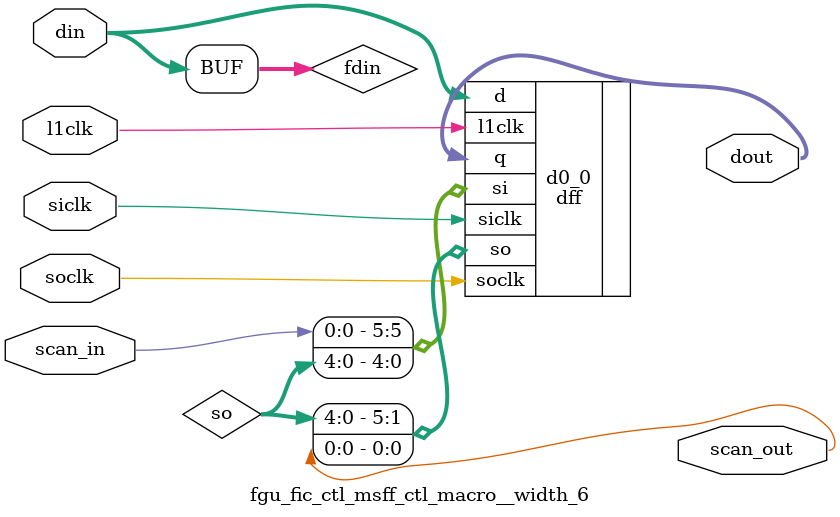
<source format=v>
module fgu_fic_ctl (
  fpf_rs2_cmp_din_fx1, 
  fpf_ma_sum_fx4, 
  fpf_man_se_byte_fx3_b38_32, 
  fpf_man_se_byte_fx3_b6_0, 
  fic_norm_eadj_fx5, 
  fic_i2f_align_sel_fx2, 
  fpe_align_sel_fx2, 
  fic_i2f_eadj_fx2, 
  fpc_lzd_override_fx4, 
  fpc_sp_source_fx3, 
  fic_mulscc_iccz_fx4, 
  fic_mulscc_xccz_fx4, 
  fic_convert_sticky_fx4, 
  fic_fxtod_sticky_fx4, 
  fic_ftoi_nx_fx4, 
  fic_ftox_nx_fx4, 
  fic_bzf31msb_fx2, 
  fic_bzf32lsb_fx2, 
  fic_bof22msb_fx2, 
  main_clken, 
  l2clk, 
  scan_in, 
  tcu_pce_ov, 
  spc_aclk, 
  spc_bclk, 
  tcu_scan_en, 
  scan_out);
wire pce_ov;
wire stop;
wire siclk;
wire soclk;
wire se;
wire l1clk_pm1;
wire spares_scanin;
wire spares_scanout;
wire bzf31msb_fx1;
wire bzf32lsb_fx1;
wire bof22msb_fx1;
wire [7:2] dpint_nx_byte_fx1;
wire [7:6] spint_nx_byte_fx1;
wire [63:1] dini;
wire [6:0] ibyte_sel;
wire ib0_nor_76;
wire ib0_nor_54;
wire ib0_zeroh_l;
wire [1:0] ib0_cnth;
wire [1:0] ib0_cntl;
wire [2:0] eadj_ibyte0;
wire ib1_nor_76;
wire ib1_nor_54;
wire ib1_zeroh_l;
wire [1:0] ib1_cnth;
wire [1:0] ib1_cntl;
wire [2:0] eadj_ibyte1;
wire ib2_nor_76;
wire ib2_nor_54;
wire ib2_zeroh_l;
wire [1:0] ib2_cnth;
wire [1:0] ib2_cntl;
wire [2:0] eadj_ibyte2;
wire ib3_nor_76;
wire ib3_nor_54;
wire ib3_zeroh_l;
wire [1:0] ib3_cnth;
wire [1:0] ib3_cntl;
wire [2:0] eadj_ibyte3;
wire ib4_nor_76;
wire ib4_nor_54;
wire ib4_zeroh_l;
wire [1:0] ib4_cnth;
wire [1:0] ib4_cntl;
wire [2:0] eadj_ibyte4;
wire ib5_nor_76;
wire ib5_nor_54;
wire ib5_zeroh_l;
wire [1:0] ib5_cnth;
wire [1:0] ib5_cntl;
wire [2:0] eadj_ibyte5;
wire ib6_nor_76;
wire ib6_nor_54;
wire ib6_zeroh_l;
wire [1:0] ib6_cnth;
wire [1:0] ib6_cntl;
wire [2:0] eadj_ibyte6;
wire ib7_nor_76;
wire ib7_nor_54;
wire ib7_zeroh_l;
wire [1:0] ib7_cnth;
wire [1:0] ib7_cntl;
wire [2:0] eadj_ibyte7;
wire [7:0] i2f_eadj_sel_fx1;
wire fx2_00_scanin;
wire fx2_00_scanout;
wire [7:2] dpint_nx_byte_fx2;
wire [7:6] spint_nx_byte_fx2;
wire [7:0] i2f_eadj_sel_fx2;
wire [2:0] eadj_ibyte0_fx2;
wire [2:0] eadj_ibyte1_fx2;
wire [2:0] eadj_ibyte2_fx2;
wire [2:0] eadj_ibyte3_fx2;
wire [2:0] eadj_ibyte4_fx2;
wire [2:0] eadj_ibyte5_fx2;
wire [2:0] eadj_ibyte6_fx2;
wire [2:0] eadj_ibyte7_fx2;
wire fx3_00_scanin;
wire fx3_00_scanout;
wire [5:0] align_sel_fx3;
wire [7:2] dpint_nx_byte_fx3;
wire [7:6] spint_nx_byte_fx3;
wire fstoi_nx_byte_fx3;
wire fstox_nx_byte_fx3;
wire fdtoi_nx_byte_fx3;
wire fdtox_nx_byte_fx3;
wire ftox_nx_bit_fx3;
wire ftoi_nx_bit_fx3;
wire ftoi_nx_fx3;
wire ftox_nx_fx3;
wire fx4_00_scanin;
wire fx4_00_scanout;
wire [63:11] dina;
wire shift_00;
wire [6:0] nbyte_sel;
wire ab0_nor_76;
wire ab0_nor_54;
wire ab0_zeroh_l;
wire [1:0] ab0_cnth;
wire [1:0] ab0_cntl;
wire [2:0] eadj_nbyte0;
wire ab1_nor_76;
wire ab1_nor_54;
wire ab1_zeroh_l;
wire [1:0] ab1_cnth;
wire [1:0] ab1_cntl;
wire [2:0] eadj_nbyte1;
wire ab2_nor_76;
wire ab2_nor_54;
wire ab2_zeroh_l;
wire [1:0] ab2_cnth;
wire [1:0] ab2_cntl;
wire [2:0] eadj_nbyte2;
wire ab3_nor_76;
wire ab3_nor_54;
wire ab3_zeroh_l;
wire [1:0] ab3_cnth;
wire [1:0] ab3_cntl;
wire [2:0] eadj_nbyte3;
wire ab4_nor_76;
wire ab4_nor_54;
wire ab4_zeroh_l;
wire [1:0] ab4_cnth;
wire [1:0] ab4_cntl;
wire [2:0] eadj_nbyte4;
wire ab5_nor_76;
wire ab5_nor_54;
wire ab5_zeroh_l;
wire [1:0] ab5_cnth;
wire [1:0] ab5_cntl;
wire [2:0] eadj_nbyte5;
wire ab6_nor_76;
wire ab6_nor_54;
wire ab6_zeroh_l;
wire [1:0] ab6_cnth;
wire [0:0] ab6_cntl;
wire [2:0] eadj_nbyte6;
wire [5:0] norm_eadj_fx4;
wire fx5_00_scanin;
wire fx5_00_scanout;



// ----------------------------------------------------------------------------
// Interface with FPF
// ----------------------------------------------------------------------------

input   [63:0] fpf_rs2_cmp_din_fx1;    // rt. justified rs2 for FiTO(s,d)
input   [63:0] fpf_ma_sum_fx4;
input  [38:32] fpf_man_se_byte_fx3_b38_32;
input    [6:0] fpf_man_se_byte_fx3_b6_0;
output   [5:0] fic_norm_eadj_fx5;
output   [5:0] fic_i2f_align_sel_fx2;

// ----------------------------------------------------------------------------
// Interface with FPE
// ----------------------------------------------------------------------------

input    [5:0] fpe_align_sel_fx2;
output   [5:0] fic_i2f_eadj_fx2;

// ----------------------------------------------------------------------------
// Interface with FPC
// ----------------------------------------------------------------------------

input          fpc_lzd_override_fx4;
input          fpc_sp_source_fx3;
output         fic_mulscc_iccz_fx4;
output         fic_mulscc_xccz_fx4;
output         fic_convert_sticky_fx4; // sticky for FxTOs, FiTOs, FdTOs
output         fic_fxtod_sticky_fx4;   // sticky for FxTOd
output         fic_ftoi_nx_fx4;        // inexact for FsTOi, FdTOi
output         fic_ftox_nx_fx4;        // inexact for FsTOx, FdTOx
output         fic_bzf31msb_fx2;       // rs2 frac 31 MSBs all zeros
output         fic_bzf32lsb_fx2;       // rs2 frac 32 LSBs all zeros
output         fic_bof22msb_fx2;       // rs2 frac 22 MSBs all ones

// ----------------------------------------------------------------------------
// Interface with FAC
// ----------------------------------------------------------------------------

input          main_clken;             // main clken

// ----------------------------------------------------------------------------
// Global Signals
// ----------------------------------------------------------------------------

input          l2clk;                  // clock input
input  		scan_in;
input  		tcu_pce_ov;		// scan signals
input  		spc_aclk;
input  		spc_bclk;
input           tcu_scan_en;
output 		scan_out;

// scan renames
assign pce_ov = tcu_pce_ov;
assign stop   = 1'b0;
assign siclk  = spc_aclk;
assign soclk  = spc_bclk;
assign se     = tcu_scan_en;
// end scan


fgu_fic_ctl_l1clkhdr_ctl_macro clkgen_main (
  .l2clk(l2clk),
  .l1en (main_clken),
  .l1clk(l1clk_pm1),
  .pce_ov(pce_ov),
  .stop(stop),
  .se(se)
  );

fgu_fic_ctl_spare_ctl_macro__num_2 spares  (  // spares: 13 gates + 1 flop for each "num"
  .scan_in(spares_scanin),
  .scan_out(spares_scanout),
  .l1clk(l1clk_pm1),
  .siclk(siclk),
  .soclk(soclk)
  );


// ----------------------------------------------------------------------------
//                               FX1 stage
// ----------------------------------------------------------------------------

// required for FdTOi large_maxint_result calculation
assign  bzf31msb_fx1 = ~(|fpf_rs2_cmp_din_fx1[51:21]);  // frac 31 MSBs all zeros

// required for FiTO(s,d) zero_src_result calculation
// fpf_rs2_cmp_din_fx1 is rt. justified for FiTO(s,d)
// fpf_bzf_fx1 doesn't work for FiTO(s,d) zero detection because 32 LSBs are unknown
assign  bzf32lsb_fx1 = ~(|fpf_rs2_cmp_din_fx1[31:0]);   // int32        all zeros

// required for FdTOs denorm round to norm detection
assign  bof22msb_fx1 =   &fpf_rs2_cmp_din_fx1[51:30];   // frac 22 MSBs all ones

// ------------------------------------
// F(s,d)TO(i,x) inexact detection (byte)
// ------------------------------------

assign  dpint_nx_byte_fx1[7] = |fpf_rs2_cmp_din_fx1[44:37];
assign  dpint_nx_byte_fx1[6] = |fpf_rs2_cmp_din_fx1[36:29];
assign  dpint_nx_byte_fx1[5] = |fpf_rs2_cmp_din_fx1[28:21];
assign  dpint_nx_byte_fx1[4] = |fpf_rs2_cmp_din_fx1[20:13];
assign  dpint_nx_byte_fx1[3] = |fpf_rs2_cmp_din_fx1[12:5];
assign  dpint_nx_byte_fx1[2] = |fpf_rs2_cmp_din_fx1[4:0];

assign  spint_nx_byte_fx1[7] = |fpf_rs2_cmp_din_fx1[47:40];
assign  spint_nx_byte_fx1[6] = |fpf_rs2_cmp_din_fx1[39:32];

// ------------------------------------
// i2f LZD "XOR function"
// Convert negative signed integer source
// to sign-magnitude value
// ------------------------------------

assign  dini[63:1] = fpf_rs2_cmp_din_fx1[63:1] ^ {63{fpf_rs2_cmp_din_fx1[63]}};

// ------------------------------------
// i2f LZD Byte selects (not priority encoded)
// ------------------------------------

assign  ibyte_sel[0] = |dini[63:56];  // shift 00-bits
assign  ibyte_sel[1] = |dini[55:48];  // shift 08-bits
assign  ibyte_sel[2] = |dini[47:40];  // shift 16-bits
assign  ibyte_sel[3] = |dini[39:32];  // shift 24-bits
assign  ibyte_sel[4] = |dini[31:24];  // shift 32-bits
assign  ibyte_sel[5] = |dini[23:16];  // shift 40-bits
assign  ibyte_sel[6] = |dini[15:8];  // shift 48-bits

// ------------------------------------
// i2f LZD Eadj[2:0]
//
// - count leading zeros in a given byte
//   and encode into a 3-bit value (Eadj[2:0])
//
//   Bit shift:  [4] [2] [1]
//   Eadj bit:   [2] [1] [0]
//   ---------------------------
//                0   0   0
//                0   0   1
//                0   1   0
//                0   1   1
//                1   0   0
//                1   0   1
//                1   1   0
//                1   1   1
//
//          din[7:0]    | Eadj[2:0]
//     -----------------|------------
//     1 x x x x x x x  |   0 0 0  
//     0 1 x x x x x x  |   0 0 1  
//     0 0 1 x x x x x  |   0 1 0  
//     0 0 0 1 x x x x  |   0 1 1  
//     0 0 0 0 1 x x x  |   1 0 0  
//     0 0 0 0 0 1 x x  |   1 0 1  
//     0 0 0 0 0 0 1 x  |   1 1 0  
//     0 0 0 0 0 0 0 x  |   1 1 1  
//
// Note: force Eadj[2:0] to 3'b111
//       if din[7:1]==7'b0000000 (i.e. assume din[0]==1'b1) 
//       This has already been done for byte0-byte7 below.
//
// ------------------------------------

// ----------------------------------------------------------------------------
// i2f LZD dini byte0 => dini[63:56]
// assume dini[56] == 1'b1
// ----------------------------------------------------------------------------

assign  ib0_nor_76  = ~(dini[63] | dini[62]);
assign  ib0_nor_54  = ~(dini[61] | dini[60]);

assign  ib0_zeroh_l = ~(ib0_nor_76 & ib0_nor_54);

assign  ib0_cnth[0] =  (~dini[63] &  dini[62]                        ) |
                       (~dini[63] &             ~dini[61] &  dini[60]) ;
assign  ib0_cnth[1] =  (~dini[63] & ~dini[62] &  dini[61]            ) |
                       (~dini[63] & ~dini[62] &              dini[60]) ;
assign  ib0_cntl[0] =  (~dini[59] &  dini[58]                        ) |
                       (~dini[59] &             ~dini[57]            ) ;
assign  ib0_cntl[1] =  (~dini[59] & ~dini[58] &  dini[57]            ) |
                       (~dini[59] & ~dini[58]                        ) ;

assign  eadj_ibyte0[0] = ( ib0_zeroh_l & ib0_cnth[0]) |
                         (~ib0_zeroh_l & ib0_cntl[0]) ;
assign  eadj_ibyte0[1] = ( ib0_zeroh_l & ib0_cnth[1]) |
                         (~ib0_zeroh_l & ib0_cntl[1]) ;
assign  eadj_ibyte0[2] =  ~ib0_zeroh_l                ;

// ----------------------------------------------------------------------------
// i2f LZD dini byte1 => dini[55:48]
// assume dini[48] == 1'b1
// ----------------------------------------------------------------------------

assign  ib1_nor_76  = ~(dini[55] | dini[54]);
assign  ib1_nor_54  = ~(dini[53] | dini[52]);

assign  ib1_zeroh_l = ~(ib1_nor_76 & ib1_nor_54);

assign  ib1_cnth[0] =  (~dini[55] &  dini[54]                        ) |
                       (~dini[55] &             ~dini[53] &  dini[52]) ;
assign  ib1_cnth[1] =  (~dini[55] & ~dini[54] &  dini[53]            ) |
                       (~dini[55] & ~dini[54] &              dini[52]) ;
assign  ib1_cntl[0] =  (~dini[51] &  dini[50]                        ) |
                       (~dini[51] &             ~dini[49]            ) ;
assign  ib1_cntl[1] =  (~dini[51] & ~dini[50] &  dini[49]            ) |
                       (~dini[51] & ~dini[50]                        ) ;
 
assign  eadj_ibyte1[0] = ( ib1_zeroh_l & ib1_cnth[0]) |
                         (~ib1_zeroh_l & ib1_cntl[0]) ;
assign  eadj_ibyte1[1] = ( ib1_zeroh_l & ib1_cnth[1]) |
                         (~ib1_zeroh_l & ib1_cntl[1]) ;
assign  eadj_ibyte1[2] =  ~ib1_zeroh_l                ;

// ----------------------------------------------------------------------------
// i2f LZD dini byte2 => dini[47:40]
// assume dini[40] == 1'b1
// ----------------------------------------------------------------------------

assign  ib2_nor_76  = ~(dini[47] | dini[46]);
assign  ib2_nor_54  = ~(dini[45] | dini[44]);

assign  ib2_zeroh_l = ~(ib2_nor_76 & ib2_nor_54);

assign  ib2_cnth[0] =  (~dini[47] &  dini[46]                        ) |
                       (~dini[47] &             ~dini[45] &  dini[44]) ;
assign  ib2_cnth[1] =  (~dini[47] & ~dini[46] &  dini[45]            ) |
                       (~dini[47] & ~dini[46] &              dini[44]) ;
assign  ib2_cntl[0] =  (~dini[43] &  dini[42]                        ) |
                       (~dini[43] &             ~dini[41]            ) ;
assign  ib2_cntl[1] =  (~dini[43] & ~dini[42] &  dini[41]            ) |
                       (~dini[43] & ~dini[42]                        ) ;

assign  eadj_ibyte2[0] = ( ib2_zeroh_l & ib2_cnth[0]) |
                         (~ib2_zeroh_l & ib2_cntl[0]) ;
assign  eadj_ibyte2[1] = ( ib2_zeroh_l & ib2_cnth[1]) |
                         (~ib2_zeroh_l & ib2_cntl[1]) ;
assign  eadj_ibyte2[2] =  ~ib2_zeroh_l                ;

// ----------------------------------------------------------------------------
// i2f LZD dini byte3 => dini[39:32]
// assume dini[32] == 1'b1
// ----------------------------------------------------------------------------

assign  ib3_nor_76  = ~(dini[39] | dini[38]);
assign  ib3_nor_54  = ~(dini[37] | dini[36]);

assign  ib3_zeroh_l = ~(ib3_nor_76 & ib3_nor_54);

assign  ib3_cnth[0] =  (~dini[39] &  dini[38]                        ) |
                       (~dini[39] &             ~dini[37] &  dini[36]) ;
assign  ib3_cnth[1] =  (~dini[39] & ~dini[38] &  dini[37]            ) |
                       (~dini[39] & ~dini[38] &              dini[36]) ;
assign  ib3_cntl[0] =  (~dini[35] &  dini[34]                        ) |
                       (~dini[35] &             ~dini[33]            ) ;
assign  ib3_cntl[1] =  (~dini[35] & ~dini[34] &  dini[33]            ) |
                       (~dini[35] & ~dini[34]                        ) ;

assign  eadj_ibyte3[0] = ( ib3_zeroh_l & ib3_cnth[0]) |
                         (~ib3_zeroh_l & ib3_cntl[0]) ;
assign  eadj_ibyte3[1] = ( ib3_zeroh_l & ib3_cnth[1]) |
                         (~ib3_zeroh_l & ib3_cntl[1]) ;
assign  eadj_ibyte3[2] =  ~ib3_zeroh_l                ;

// ----------------------------------------------------------------------------
// i2f LZD dini byte4 => dini[31:24]
// assume dini[24] == 1'b1
// ----------------------------------------------------------------------------

assign  ib4_nor_76  = ~(dini[31] | dini[30]);
assign  ib4_nor_54  = ~(dini[29] | dini[28]);

assign  ib4_zeroh_l = ~(ib4_nor_76 & ib4_nor_54);

assign  ib4_cnth[0] =  (~dini[31] &  dini[30]                        ) |
                       (~dini[31] &             ~dini[29] &  dini[28]) ;
assign  ib4_cnth[1] =  (~dini[31] & ~dini[30] &  dini[29]            ) |
                       (~dini[31] & ~dini[30] &              dini[28]) ;
assign  ib4_cntl[0] =  (~dini[27] &  dini[26]                        ) |
                       (~dini[27] &             ~dini[25]            ) ;
assign  ib4_cntl[1] =  (~dini[27] & ~dini[26] &  dini[25]            ) |
                       (~dini[27] & ~dini[26]                        ) ;

assign  eadj_ibyte4[0] = ( ib4_zeroh_l & ib4_cnth[0]) |
                         (~ib4_zeroh_l & ib4_cntl[0]) ;
assign  eadj_ibyte4[1] = ( ib4_zeroh_l & ib4_cnth[1]) |
                         (~ib4_zeroh_l & ib4_cntl[1]) ;
assign  eadj_ibyte4[2] =  ~ib4_zeroh_l                ;

// ----------------------------------------------------------------------------
// i2f LZD dini byte5 => dini[23:16]
// assume dini[16] == 1'b1
// ----------------------------------------------------------------------------

assign  ib5_nor_76  = ~(dini[23] | dini[22]);
assign  ib5_nor_54  = ~(dini[21] | dini[20]);

assign  ib5_zeroh_l = ~(ib5_nor_76 & ib5_nor_54);

assign  ib5_cnth[0] =  (~dini[23] &  dini[22]                        ) |
                       (~dini[23] &             ~dini[21] &  dini[20]) ;
assign  ib5_cnth[1] =  (~dini[23] & ~dini[22] &  dini[21]            ) |
                       (~dini[23] & ~dini[22] &              dini[20]) ;
assign  ib5_cntl[0] =  (~dini[19] &  dini[18]                        ) |
                       (~dini[19] &             ~dini[17]            ) ;
assign  ib5_cntl[1] =  (~dini[19] & ~dini[18] &  dini[17]            ) |
                       (~dini[19] & ~dini[18]                        ) ;

assign  eadj_ibyte5[0] = ( ib5_zeroh_l & ib5_cnth[0]) |
                         (~ib5_zeroh_l & ib5_cntl[0]) ;
assign  eadj_ibyte5[1] = ( ib5_zeroh_l & ib5_cnth[1]) |
                         (~ib5_zeroh_l & ib5_cntl[1]) ;
assign  eadj_ibyte5[2] =  ~ib5_zeroh_l                ;

// ----------------------------------------------------------------------------
// i2f LZD dini byte6 => dini[15:08]
// assume dini[08] == 1'b1
// ----------------------------------------------------------------------------

assign  ib6_nor_76  = ~(dini[15] | dini[14]);
assign  ib6_nor_54  = ~(dini[13] | dini[12]);

assign  ib6_zeroh_l = ~(ib6_nor_76 & ib6_nor_54);

assign  ib6_cnth[0] =  (~dini[15] &  dini[14]                        ) |
                       (~dini[15] &             ~dini[13] &  dini[12]) ;
assign  ib6_cnth[1] =  (~dini[15] & ~dini[14] &  dini[13]            ) |
                       (~dini[15] & ~dini[14] &              dini[12]) ;
assign  ib6_cntl[0] =  (~dini[11] &  dini[10]                        ) |
                       (~dini[11] &             ~dini[9]            ) ;
assign  ib6_cntl[1] =  (~dini[11] & ~dini[10] &  dini[9]            ) |
                       (~dini[11] & ~dini[10]                        ) ;

assign  eadj_ibyte6[0] = ( ib6_zeroh_l & ib6_cnth[0]) |
                         (~ib6_zeroh_l & ib6_cntl[0]) ;
assign  eadj_ibyte6[1] = ( ib6_zeroh_l & ib6_cnth[1]) |
                         (~ib6_zeroh_l & ib6_cntl[1]) ;
assign  eadj_ibyte6[2] =  ~ib6_zeroh_l                ;

// ----------------------------------------------------------------------------
// i2f LZD dini byte7 => dini[07:00]
// assume dini[0] == 1'b1
// ----------------------------------------------------------------------------

assign  ib7_nor_76  = ~(dini[7] | dini[6]);
assign  ib7_nor_54  = ~(dini[5] | dini[4]);

assign  ib7_zeroh_l = ~(ib7_nor_76 & ib7_nor_54);

assign  ib7_cnth[0] =  (~dini[7] &  dini[6]                        ) |
                       (~dini[7] &             ~dini[5] &  dini[4]) ;
assign  ib7_cnth[1] =  (~dini[7] & ~dini[6] &  dini[5]            ) |
                       (~dini[7] & ~dini[6] &              dini[4]) ;
assign  ib7_cntl[0] =  (~dini[3] &  dini[2]                        ) |
                       (~dini[3] &             ~dini[1]            ) ;
assign  ib7_cntl[1] =  (~dini[3] & ~dini[2] &  dini[1]            ) |
                       (~dini[3] & ~dini[2]                        ) ;

assign  eadj_ibyte7[0] = ( ib7_zeroh_l & ib7_cnth[0]) |
                         (~ib7_zeroh_l & ib7_cntl[0]) ;
assign  eadj_ibyte7[1] = ( ib7_zeroh_l & ib7_cnth[1]) |
                         (~ib7_zeroh_l & ib7_cntl[1]) ;
assign  eadj_ibyte7[2] =  ~ib7_zeroh_l                ;

// ----------------------------------------------------------------------------
// i2f LZD Eadj[5:0] mux selects
// ----------------------------------------------------------------------------

assign  i2f_eadj_sel_fx1[0] =                      ibyte_sel[0];
assign  i2f_eadj_sel_fx1[1] = ~( ibyte_sel[0]  ) & ibyte_sel[1];
assign  i2f_eadj_sel_fx1[2] = ~(|ibyte_sel[1:0]) & ibyte_sel[2];
assign  i2f_eadj_sel_fx1[3] = ~(|ibyte_sel[2:0]) & ibyte_sel[3];
assign  i2f_eadj_sel_fx1[4] = ~(|ibyte_sel[3:0]) & ibyte_sel[4];
assign  i2f_eadj_sel_fx1[5] = ~(|ibyte_sel[4:0]) & ibyte_sel[5];
assign  i2f_eadj_sel_fx1[6] = ~(|ibyte_sel[5:0]) & ibyte_sel[6];
assign  i2f_eadj_sel_fx1[7] = ~(|ibyte_sel[6:0]);


// ----------------------------------------------------------------------------
//                               FX2 stage
// ----------------------------------------------------------------------------

fgu_fic_ctl_msff_ctl_macro__width_43 fx2_00  (
  .scan_in(fx2_00_scanin),
  .scan_out(fx2_00_scanout),
  .l1clk(l1clk_pm1),
  .din ({    bzf31msb_fx1,
             bzf32lsb_fx1,
             bof22msb_fx1,
         dpint_nx_byte_fx1[7:2],
         spint_nx_byte_fx1[7:6],
         i2f_eadj_sel_fx1[7:0],
         eadj_ibyte0[2:0],
         eadj_ibyte1[2:0],
         eadj_ibyte2[2:0],
         eadj_ibyte3[2:0],
         eadj_ibyte4[2:0],
         eadj_ibyte5[2:0],
         eadj_ibyte6[2:0],
         eadj_ibyte7[2:0]}),
  .dout({fic_bzf31msb_fx2,
         fic_bzf32lsb_fx2,
         fic_bof22msb_fx2,
         dpint_nx_byte_fx2[7:2],
         spint_nx_byte_fx2[7:6],
         i2f_eadj_sel_fx2[7:0],
         eadj_ibyte0_fx2[2:0],
         eadj_ibyte1_fx2[2:0],
         eadj_ibyte2_fx2[2:0],
         eadj_ibyte3_fx2[2:0],
         eadj_ibyte4_fx2[2:0],
         eadj_ibyte5_fx2[2:0],
         eadj_ibyte6_fx2[2:0],
         eadj_ibyte7_fx2[2:0]}),
  .siclk(siclk),
  .soclk(soclk)
  );

// ----------------------------------------------------------------------------
// i2f LZD Eadj[5:0] mux
// ----------------------------------------------------------------------------

assign  fic_i2f_eadj_fx2[5:0] =
  ({6{i2f_eadj_sel_fx2[0]}} & ({3'b000, eadj_ibyte0_fx2[2:0]})) |
  ({6{i2f_eadj_sel_fx2[1]}} & ({3'b001, eadj_ibyte1_fx2[2:0]})) |
  ({6{i2f_eadj_sel_fx2[2]}} & ({3'b010, eadj_ibyte2_fx2[2:0]})) |
  ({6{i2f_eadj_sel_fx2[3]}} & ({3'b011, eadj_ibyte3_fx2[2:0]})) |
  ({6{i2f_eadj_sel_fx2[4]}} & ({3'b100, eadj_ibyte4_fx2[2:0]})) |
  ({6{i2f_eadj_sel_fx2[5]}} & ({3'b101, eadj_ibyte5_fx2[2:0]})) |
  ({6{i2f_eadj_sel_fx2[6]}} & ({3'b110, eadj_ibyte6_fx2[2:0]})) |
  ({6{i2f_eadj_sel_fx2[7]}} & ({3'b111, eadj_ibyte7_fx2[2:0]})) ;

assign  fic_i2f_align_sel_fx2[5:0] =
  (~fic_i2f_eadj_fx2[5:0]) + 6'b000001;  // 2's comp


// ----------------------------------------------------------------------------
//                               FX3 stage
// ----------------------------------------------------------------------------

fgu_fic_ctl_msff_ctl_macro__width_14 fx3_00  (
  .scan_in(fx3_00_scanin),
  .scan_out(fx3_00_scanout),
  .l1clk(l1clk_pm1),
  .din ({fpe_align_sel_fx2[5:0], dpint_nx_byte_fx2[7:2], spint_nx_byte_fx2[7:6]}),
  .dout({    align_sel_fx3[5:0], dpint_nx_byte_fx3[7:2], spint_nx_byte_fx3[7:6]}),
  .siclk(siclk),
  .soclk(soclk)
  );

// ------------------------------------
// F(s,d)TO(i,x) inexact detection
//
//          -----------------------------------
// FsTOi   |     32          |      32         |
//          -----------------------------------
//          ------------     
//         |     24     |
//          ------------
//            4   3   2                  <= byte shift
//
//          -----------------------------------
// FsTOx   |                 64                |
//          -----------------------------------
//          ------------     
//         |     24     |
//          ------------
//            8   7   6                  <= byte shift
//
//          -----------------------------------
// FdTOi   |     32          |      32         |
//          -----------------------------------
//          --------------------------
//         |                 53       |
//          --------------------------
//            4   3   2   1   ---Any--   <= byte shift
// 
//          -----------------------------------
// FdTOx   |                 64                |
//          -----------------------------------
//          --------------------------
//         |                 53       |
//          --------------------------
//            8   7   6   5   4   3  2   <= byte shift
//
// ------------------------------------

assign  fstoi_nx_byte_fx3 =
  ((align_sel_fx3[4:3] == 2'd3) & (|spint_nx_byte_fx3[7:6])) |
  ((align_sel_fx3[4:3] == 2'd2) & ( spint_nx_byte_fx3[6]  )) ;

assign  fstox_nx_byte_fx3 =
  ((align_sel_fx3[5:3] == 3'd7) & (|spint_nx_byte_fx3[7:6])) |
  ((align_sel_fx3[5:3] == 3'd6) & ( spint_nx_byte_fx3[6]  )) ;

assign  fdtoi_nx_byte_fx3 =
  ((align_sel_fx3[5:3] == 3'd3) & (|dpint_nx_byte_fx3[7:5])) |
  ((align_sel_fx3[5:3] == 3'd2) & (|dpint_nx_byte_fx3[6:5])) |
  ((align_sel_fx3[5:3] == 3'd1) & ( dpint_nx_byte_fx3[5]  )) |
  (                               (|dpint_nx_byte_fx3[4:2])) ;

assign  fdtox_nx_byte_fx3 =
  ((align_sel_fx3[5:3] == 3'd7) & (|dpint_nx_byte_fx3[7:2])) |
  ((align_sel_fx3[5:3] == 3'd6) & (|dpint_nx_byte_fx3[6:2])) |
  ((align_sel_fx3[5:3] == 3'd5) & (|dpint_nx_byte_fx3[5:2])) |
  ((align_sel_fx3[5:3] == 3'd4) & (|dpint_nx_byte_fx3[4:2])) |
  ((align_sel_fx3[5:3] == 3'd3) & (|dpint_nx_byte_fx3[3:2])) |
  ((align_sel_fx3[5:3] == 3'd2) & ( dpint_nx_byte_fx3[2]  )) ;

assign  ftox_nx_bit_fx3 =
  ((align_sel_fx3[2:0] == 3'd7) & (|fpf_man_se_byte_fx3_b6_0[6:0])) |
  ((align_sel_fx3[2:0] == 3'd6) & (|fpf_man_se_byte_fx3_b6_0[5:0])) |
  ((align_sel_fx3[2:0] == 3'd5) & (|fpf_man_se_byte_fx3_b6_0[4:0])) |
  ((align_sel_fx3[2:0] == 3'd4) & (|fpf_man_se_byte_fx3_b6_0[3:0])) |
  ((align_sel_fx3[2:0] == 3'd3) & (|fpf_man_se_byte_fx3_b6_0[2:0])) |
  ((align_sel_fx3[2:0] == 3'd2) & (|fpf_man_se_byte_fx3_b6_0[1:0])) |
  ((align_sel_fx3[2:0] == 3'd1) & ( fpf_man_se_byte_fx3_b6_0[0]  )) ;

assign  ftoi_nx_bit_fx3 =
  ((align_sel_fx3[2:0] == 3'd7) & (|fpf_man_se_byte_fx3_b38_32[38:32])) |
  ((align_sel_fx3[2:0] == 3'd6) & (|fpf_man_se_byte_fx3_b38_32[37:32])) |
  ((align_sel_fx3[2:0] == 3'd5) & (|fpf_man_se_byte_fx3_b38_32[36:32])) |
  ((align_sel_fx3[2:0] == 3'd4) & (|fpf_man_se_byte_fx3_b38_32[35:32])) |
  ((align_sel_fx3[2:0] == 3'd3) & (|fpf_man_se_byte_fx3_b38_32[34:32])) |
  ((align_sel_fx3[2:0] == 3'd2) & (|fpf_man_se_byte_fx3_b38_32[33:32])) |
  ((align_sel_fx3[2:0] == 3'd1) & ( fpf_man_se_byte_fx3_b38_32[32]   )) ;

assign  ftoi_nx_fx3 =
  ftoi_nx_bit_fx3 |
  (fstoi_nx_byte_fx3 &  fpc_sp_source_fx3) |
  (fdtoi_nx_byte_fx3 & ~fpc_sp_source_fx3) ;

assign  ftox_nx_fx3 =
  ftox_nx_bit_fx3 |
  (fstox_nx_byte_fx3 &  fpc_sp_source_fx3) |
  (fdtox_nx_byte_fx3 & ~fpc_sp_source_fx3) ;


// ----------------------------------------------------------------------------
//                               FX4 stage
// ----------------------------------------------------------------------------

fgu_fic_ctl_msff_ctl_macro__width_2 fx4_00  (
  .scan_in(fx4_00_scanin),
  .scan_out(fx4_00_scanout),
  .l1clk(l1clk_pm1),
  .din ({    ftoi_nx_fx3,     ftox_nx_fx3}),
  .dout({fic_ftoi_nx_fx4, fic_ftox_nx_fx4}),
  .siclk(siclk),
  .soclk(soclk)
  );

assign  fic_mulscc_iccz_fx4 = (fpf_ma_sum_fx4[31:0] == 32'b0);
assign  fic_mulscc_xccz_fx4 = ~fpf_ma_sum_fx4[32] & fic_mulscc_iccz_fx4;

// ------------------------------------
// i2f and FdTOs sticky calculation
//
//          -----------------------------------
// FxTOs   |                 64                |
//          -----------------------------------
//          ------------ G   
//         |     24     |  7 |      32         |
//          ------------
//
//          -----------------------------------
// FxTOd   |                 64                |
//          -----------------------------------
//          -------------------------- G    
//         |                 53       |  7 | 3 |
//          --------------------------
//
//          -----------------------------------
// FiTOs   |     32          |      32         |
//          -----------------------------------
//          ------------ G    
//         |     24     |  7 |      32         |
//          ------------      
//
// FiTOd   never rounds (exact)
//
// i2f notes:
// - logically, LSB,G,X should be post-2comp for neg integers
// - X is equiv if calculated pre or post-2comp (post-2comp is used in
//   this design for simplicity)
// - The 2comp +1 function can't result in clearing all G,X bits and
//   blocking Rinc unless the post-2comp was b'00...00 in that region.
//   However, in that case a +1 was propagated to the LSB as if an Rinc
//   had taken place. Thus, effectively, a 2comp +1 can't block an Rinc,
//   and LSB,G need only reflect the 2comp invert function, not the
//   2comp +1 function.
//
// FdTOs notes:
// - the dp input (rs2) is always normalized
// - the dp mantissa resides in bits 63:11
// ------------------------------------

assign  fic_convert_sticky_fx4 = |fpf_ma_sum_fx4[38:0];  // FxTOs, FiTOs, FdTOs
assign  fic_fxtod_sticky_fx4   = |fpf_ma_sum_fx4[9:0];   // FxTOd

// ----------------------------------------------------------------------------
// Normalizer LZD
//
// data input format:
//
//         63                 32  31             8
//          -------------------    --------------
//         |      32-bits      |  |    24-bits   |
//          -------------------    --------------
//    Byte:  0    1    2    3       4    5    6
//
//
//      LSB pos.  G pos.
//      --------  ------
// DP     11        10
// SP     40        39
//
// ----------------------------------------------------------------------------

assign  dina[63:11] = fpf_ma_sum_fx4[63:11];

// ------------------------------------
// LZD override by setting dina bit 63 to
// force a Norm shift of 0-bits
//
// Override cases:
// - multiply (covered by ~logical_sub)
// - div/sqrt (covered by ~logical_sub)
// - 1X.XX    (covered by ~logical_sub)
// - 00.1X
// Note:
// - 1X.XX due to Rcout is unknown in fx4
// - 1X.XX not possible if logical_subtract
// - 00.1X is shifted 1-bit by the main adder output format mux
// ------------------------------------

assign  shift_00 =
  fpc_lzd_override_fx4 |   // mul | div | sqrt | 1X.XX
  (dina[63:62] == 2'b01);  // 00.1X

// ------------------------------------
// Norm LZD Byte selects (not priority encoded)
// ------------------------------------

assign  nbyte_sel[0] = shift_00;      // force eadj=0
assign  nbyte_sel[1] = |dina[63:56];  // shift 00-bits
assign  nbyte_sel[2] = |dina[55:48];  // shift 08-bits
assign  nbyte_sel[3] = |dina[47:40];  // shift 16-bits
assign  nbyte_sel[4] = |dina[39:32];  // shift 24-bits
assign  nbyte_sel[5] = |dina[31:24];  // shift 32-bits
assign  nbyte_sel[6] = |dina[23:16];  // shift 40-bits
	
// ------------------------------------
// Norm LZD Eadj[2:0]
//
// - count leading zeros in a given byte
//   and encode into a 3-bit value (Eadj[2:0])
//
//   Bit shift:  [4] [2] [1]
//   Eadj bit:   [2] [1] [0]
//   ---------------------------
//                0   0   0
//                0   0   1
//                0   1   0
//                0   1   1
//                1   0   0
//                1   0   1
//                1   1   0
//                1   1   1
//
//          din[7:0]    | Eadj[2:0]
//     -----------------|------------
//     1 x x x x x x x  |   0 0 0  
//     0 1 x x x x x x  |   0 0 1  
//     0 0 1 x x x x x  |   0 1 0  
//     0 0 0 1 x x x x  |   0 1 1  
//     0 0 0 0 1 x x x  |   1 0 0  
//     0 0 0 0 0 1 x x  |   1 0 1  
//     0 0 0 0 0 0 1 x  |   1 1 0  
//     0 0 0 0 0 0 0 x  |   1 1 1
//
// Note: force Eadj[2:0] to 3'b111
//       if din[7:1]==7'b0000000 (i.e. assume din[0]==1'b1) 
//       This has already been done for byte0-byte6 below.
//       Also, for DP operation, din[10] is assumed to be
//       1'b1 since bit 10 (the DP G pos.) isn't the LSB
//       position of byte6.
//
// ------------------------------------

// ----------------------------------------------------------------------------
// Norm LZD dina byte0 => dina[63:56]
// assume dina[56] == 1'b1
// ----------------------------------------------------------------------------

assign  ab0_nor_76  = ~(dina[63] | dina[62]);
assign  ab0_nor_54  = ~(dina[61] | dina[60]);

assign  ab0_zeroh_l = ~(ab0_nor_76 & ab0_nor_54);

assign  ab0_cnth[0] =  (~dina[63] &  dina[62]                        ) |
                       (~dina[63] &             ~dina[61] &  dina[60]) ;
assign  ab0_cnth[1] =  (~dina[63] & ~dina[62] &  dina[61]            ) |
                       (~dina[63] & ~dina[62] &              dina[60]) ;
assign  ab0_cntl[0] =  (~dina[59] &  dina[58]                        ) |
                       (~dina[59] &             ~dina[57]            ) ;
assign  ab0_cntl[1] =  (~dina[59] & ~dina[58] &  dina[57]            ) |
                       (~dina[59] & ~dina[58]                        ) ;

assign  eadj_nbyte0[0] = ( ab0_zeroh_l & ab0_cnth[0]) |
                         (~ab0_zeroh_l & ab0_cntl[0]) ;
assign  eadj_nbyte0[1] = ( ab0_zeroh_l & ab0_cnth[1]) |
                         (~ab0_zeroh_l & ab0_cntl[1]) ;
assign  eadj_nbyte0[2] =  ~ab0_zeroh_l                ;

// ----------------------------------------------------------------------------
// Norm LZD dina byte1 => dina[55:48]
// assume dina[48] == 1'b1
// ----------------------------------------------------------------------------

assign  ab1_nor_76  = ~(dina[55] | dina[54]);
assign  ab1_nor_54  = ~(dina[53] | dina[52]);

assign  ab1_zeroh_l = ~(ab1_nor_76 & ab1_nor_54);

assign  ab1_cnth[0] =  (~dina[55] &  dina[54]                        ) |
                       (~dina[55] &             ~dina[53] &  dina[52]) ;
assign  ab1_cnth[1] =  (~dina[55] & ~dina[54] &  dina[53]            ) |
                       (~dina[55] & ~dina[54] &              dina[52]) ;
assign  ab1_cntl[0] =  (~dina[51] &  dina[50]                        ) |
                       (~dina[51] &             ~dina[49]            ) ;
assign  ab1_cntl[1] =  (~dina[51] & ~dina[50] &  dina[49]            ) |
                       (~dina[51] & ~dina[50]                        ) ;
 
assign  eadj_nbyte1[0] = ( ab1_zeroh_l & ab1_cnth[0]) |
                         (~ab1_zeroh_l & ab1_cntl[0]) ;
assign  eadj_nbyte1[1] = ( ab1_zeroh_l & ab1_cnth[1]) |
                         (~ab1_zeroh_l & ab1_cntl[1]) ;
assign  eadj_nbyte1[2] =  ~ab1_zeroh_l                ;

// ----------------------------------------------------------------------------
// Norm LZD dina byte2 => dina[47:40]
// assume dina[40] == 1'b1
// ----------------------------------------------------------------------------

assign  ab2_nor_76  = ~(dina[47] | dina[46]);
assign  ab2_nor_54  = ~(dina[45] | dina[44]);

assign  ab2_zeroh_l = ~(ab2_nor_76 & ab2_nor_54);

assign  ab2_cnth[0] =  (~dina[47] &  dina[46]                        ) |
                       (~dina[47] &             ~dina[45] &  dina[44]) ;
assign  ab2_cnth[1] =  (~dina[47] & ~dina[46] &  dina[45]            ) |
                       (~dina[47] & ~dina[46] &              dina[44]) ;
assign  ab2_cntl[0] =  (~dina[43] &  dina[42]                        ) |
                       (~dina[43] &             ~dina[41]            ) ;
assign  ab2_cntl[1] =  (~dina[43] & ~dina[42] &  dina[41]            ) |
                       (~dina[43] & ~dina[42]                        ) ;

assign  eadj_nbyte2[0] = ( ab2_zeroh_l & ab2_cnth[0]) |
                         (~ab2_zeroh_l & ab2_cntl[0]) ;
assign  eadj_nbyte2[1] = ( ab2_zeroh_l & ab2_cnth[1]) |
                         (~ab2_zeroh_l & ab2_cntl[1]) ;
assign  eadj_nbyte2[2] =  ~ab2_zeroh_l                ;

// ----------------------------------------------------------------------------
// Norm LZD dina byte3 => dina[39:32]
// assume dina[32] == 1'b1
// ----------------------------------------------------------------------------

assign  ab3_nor_76  = ~(dina[39] | dina[38]);
assign  ab3_nor_54  = ~(dina[37] | dina[36]);

assign  ab3_zeroh_l = ~(ab3_nor_76 & ab3_nor_54);

assign  ab3_cnth[0] =  (~dina[39] &  dina[38]                        ) |
                       (~dina[39] &             ~dina[37] &  dina[36]) ;
assign  ab3_cnth[1] =  (~dina[39] & ~dina[38] &  dina[37]            ) |
                       (~dina[39] & ~dina[38] &              dina[36]) ;
assign  ab3_cntl[0] =  (~dina[35] &  dina[34]                        ) |
                       (~dina[35] &             ~dina[33]            ) ;
assign  ab3_cntl[1] =  (~dina[35] & ~dina[34] &  dina[33]            ) |
                       (~dina[35] & ~dina[34]                        ) ;

assign  eadj_nbyte3[0] = ( ab3_zeroh_l & ab3_cnth[0]) |
                         (~ab3_zeroh_l & ab3_cntl[0]) ;
assign  eadj_nbyte3[1] = ( ab3_zeroh_l & ab3_cnth[1]) |
                         (~ab3_zeroh_l & ab3_cntl[1]) ;
assign  eadj_nbyte3[2] =  ~ab3_zeroh_l                ;

// ----------------------------------------------------------------------------
// Norm LZD dina byte4 => dina[31:24]
// assume dina[24] == 1'b1
// ----------------------------------------------------------------------------

assign  ab4_nor_76  = ~(dina[31] | dina[30]);
assign  ab4_nor_54  = ~(dina[29] | dina[28]);

assign  ab4_zeroh_l = ~(ab4_nor_76 & ab4_nor_54);

assign  ab4_cnth[0] =  (~dina[31] &  dina[30]                        ) |
                       (~dina[31] &             ~dina[29] &  dina[28]) ;
assign  ab4_cnth[1] =  (~dina[31] & ~dina[30] &  dina[29]            ) |
                       (~dina[31] & ~dina[30] &              dina[28]) ;
assign  ab4_cntl[0] =  (~dina[27] &  dina[26]                        ) |
                       (~dina[27] &             ~dina[25]            ) ;
assign  ab4_cntl[1] =  (~dina[27] & ~dina[26] &  dina[25]            ) |
                       (~dina[27] & ~dina[26]                        ) ;

assign  eadj_nbyte4[0] = ( ab4_zeroh_l & ab4_cnth[0]) |
                         (~ab4_zeroh_l & ab4_cntl[0]) ;
assign  eadj_nbyte4[1] = ( ab4_zeroh_l & ab4_cnth[1]) |
                         (~ab4_zeroh_l & ab4_cntl[1]) ;
assign  eadj_nbyte4[2] =  ~ab4_zeroh_l                ;

// ----------------------------------------------------------------------------
// Norm LZD dina byte5 => dina[23:16]
// assume dina[16] == 1'b1
// ----------------------------------------------------------------------------

assign  ab5_nor_76  = ~(dina[23] | dina[22]);
assign  ab5_nor_54  = ~(dina[21] | dina[20]);

assign  ab5_zeroh_l = ~(ab5_nor_76 & ab5_nor_54);

assign  ab5_cnth[0] =  (~dina[23] &  dina[22]                        ) |
                       (~dina[23] &             ~dina[21] &  dina[20]) ;
assign  ab5_cnth[1] =  (~dina[23] & ~dina[22] &  dina[21]            ) |
                       (~dina[23] & ~dina[22] &              dina[20]) ;
assign  ab5_cntl[0] =  (~dina[19] &  dina[18]                        ) |
                       (~dina[19] &             ~dina[17]            ) ;
assign  ab5_cntl[1] =  (~dina[19] & ~dina[18] &  dina[17]            ) |
                       (~dina[19] & ~dina[18]                        ) ;

assign  eadj_nbyte5[0] = ( ab5_zeroh_l & ab5_cnth[0]) |
                         (~ab5_zeroh_l & ab5_cntl[0]) ;
assign  eadj_nbyte5[1] = ( ab5_zeroh_l & ab5_cnth[1]) |
                         (~ab5_zeroh_l & ab5_cntl[1]) ;
assign  eadj_nbyte5[2] =  ~ab5_zeroh_l                ;

// ----------------------------------------------------------------------------
// Norm LZD dina byte6 => dina[15:08]
// assume dina[10]  == 1'b1
// assume dina[9:8] == 2'b00
// ----------------------------------------------------------------------------

assign  ab6_nor_76  = ~(dina[15] | dina[14]);
assign  ab6_nor_54  = ~(dina[13] | dina[12]);

assign  ab6_zeroh_l = ~(ab6_nor_76 & ab6_nor_54);

assign  ab6_cnth[0] =  (~dina[15] &  dina[14]                        ) |
                       (~dina[15] &             ~dina[13] &  dina[12]) ;
assign  ab6_cnth[1] =  (~dina[15] & ~dina[14] &  dina[13]            ) |
                       (~dina[15] & ~dina[14] &              dina[12]) ;
assign  ab6_cntl[0] =  (~dina[11]                                    ) ;

assign  eadj_nbyte6[0] = ( ab6_zeroh_l & ab6_cnth[0]) |
                         (~ab6_zeroh_l & ab6_cntl[0]) ;
assign  eadj_nbyte6[1] = ( ab6_zeroh_l & ab6_cnth[1]) ;
assign  eadj_nbyte6[2] =  ~ab6_zeroh_l                ;

// ----------------------------------------------------------------------------
// Norm LZD Eadj[5:0] mux
// ----------------------------------------------------------------------------

assign  norm_eadj_fx4[5:0] =
//({6{(                     nbyte_sel[0])}} & ({3'b000, 3'b000          })) |
  ({6{(~( nbyte_sel[0]  ) & nbyte_sel[1])}} & ({3'b000, eadj_nbyte0[2:0]})) |
  ({6{(~(|nbyte_sel[1:0]) & nbyte_sel[2])}} & ({3'b001, eadj_nbyte1[2:0]})) |
  ({6{(~(|nbyte_sel[2:0]) & nbyte_sel[3])}} & ({3'b010, eadj_nbyte2[2:0]})) |
  ({6{(~(|nbyte_sel[3:0]) & nbyte_sel[4])}} & ({3'b011, eadj_nbyte3[2:0]})) |
  ({6{(~(|nbyte_sel[4:0]) & nbyte_sel[5])}} & ({3'b100, eadj_nbyte4[2:0]})) |
  ({6{(~(|nbyte_sel[5:0]) & nbyte_sel[6])}} & ({3'b101, eadj_nbyte5[2:0]})) |
  ({6{(~(|nbyte_sel[6:0])               )}} & ({3'b110, eadj_nbyte6[2:0]})) ;


// ----------------------------------------------------------------------------
//                               FX5 stage
// ----------------------------------------------------------------------------

fgu_fic_ctl_msff_ctl_macro__width_6 fx5_00  (
  .scan_in(fx5_00_scanin),
  .scan_out(fx5_00_scanout),
  .l1clk(l1clk_pm1),
  .din (    norm_eadj_fx4[5:0]),
  .dout(fic_norm_eadj_fx5[5:0]),
  .siclk(siclk),
  .soclk(soclk)
  );


supply0 vss;
supply1 vdd;
// fixscan start:
assign spares_scanin             = scan_in                  ;
assign fx2_00_scanin             = spares_scanout           ;
assign fx3_00_scanin             = fx2_00_scanout           ;
assign fx4_00_scanin             = fx3_00_scanout           ;
assign fx5_00_scanin             = fx4_00_scanout           ;
assign scan_out                  = fx5_00_scanout           ;
// fixscan end:
endmodule  // fgu_fic_ctl






// any PARAMS parms go into naming of macro

module fgu_fic_ctl_l1clkhdr_ctl_macro (
  l2clk, 
  l1en, 
  pce_ov, 
  stop, 
  se, 
  l1clk);


  input l2clk;
  input l1en;
  input pce_ov;
  input stop;
  input se;
  output l1clk;



 

cl_sc1_l1hdr_8x c_0 (


   .l2clk(l2clk),
   .pce(l1en),
   .l1clk(l1clk),
  .se(se),
  .pce_ov(pce_ov),
  .stop(stop)
);



endmodule









//  Description:        Spare gate macro for control blocks
//
//  Param num controls the number of times the macro is added
//  flops=0 can be used to use only combination spare logic


module fgu_fic_ctl_spare_ctl_macro__num_2 (
  l1clk, 
  scan_in, 
  siclk, 
  soclk, 
  scan_out);
wire si_0;
wire so_0;
wire spare0_flop_unused;
wire spare0_buf_32x_unused;
wire spare0_nand3_8x_unused;
wire spare0_inv_8x_unused;
wire spare0_aoi22_4x_unused;
wire spare0_buf_8x_unused;
wire spare0_oai22_4x_unused;
wire spare0_inv_16x_unused;
wire spare0_nand2_16x_unused;
wire spare0_nor3_4x_unused;
wire spare0_nand2_8x_unused;
wire spare0_buf_16x_unused;
wire spare0_nor2_16x_unused;
wire spare0_inv_32x_unused;
wire si_1;
wire so_1;
wire spare1_flop_unused;
wire spare1_buf_32x_unused;
wire spare1_nand3_8x_unused;
wire spare1_inv_8x_unused;
wire spare1_aoi22_4x_unused;
wire spare1_buf_8x_unused;
wire spare1_oai22_4x_unused;
wire spare1_inv_16x_unused;
wire spare1_nand2_16x_unused;
wire spare1_nor3_4x_unused;
wire spare1_nand2_8x_unused;
wire spare1_buf_16x_unused;
wire spare1_nor2_16x_unused;
wire spare1_inv_32x_unused;


input		l1clk;
input		scan_in;
input		siclk;
input		soclk;
output		scan_out;

cl_sc1_msff_8x spare0_flop (.l1clk(l1clk),
                               .siclk(siclk),
                               .soclk(soclk),
                               .si(si_0),
                               .so(so_0),
                               .d(1'b0),
                               .q(spare0_flop_unused));
assign si_0 = scan_in;

cl_u1_buf_32x   spare0_buf_32x (.in(1'b1),
                                   .out(spare0_buf_32x_unused));
cl_u1_nand3_8x spare0_nand3_8x (.in0(1'b1),
                                   .in1(1'b1),
                                   .in2(1'b1),
                                   .out(spare0_nand3_8x_unused));
cl_u1_inv_8x    spare0_inv_8x (.in(1'b1),
                                  .out(spare0_inv_8x_unused));
cl_u1_aoi22_4x spare0_aoi22_4x (.in00(1'b1),
                                   .in01(1'b1),
                                   .in10(1'b1),
                                   .in11(1'b1),
                                   .out(spare0_aoi22_4x_unused));
cl_u1_buf_8x    spare0_buf_8x (.in(1'b1),
                                  .out(spare0_buf_8x_unused));
cl_u1_oai22_4x spare0_oai22_4x (.in00(1'b1),
                                   .in01(1'b1),
                                   .in10(1'b1),
                                   .in11(1'b1),
                                   .out(spare0_oai22_4x_unused));
cl_u1_inv_16x   spare0_inv_16x (.in(1'b1),
                                   .out(spare0_inv_16x_unused));
cl_u1_nand2_16x spare0_nand2_16x (.in0(1'b1),
                                     .in1(1'b1),
                                     .out(spare0_nand2_16x_unused));
cl_u1_nor3_4x spare0_nor3_4x (.in0(1'b0),
                                 .in1(1'b0),
                                 .in2(1'b0),
                                 .out(spare0_nor3_4x_unused));
cl_u1_nand2_8x spare0_nand2_8x (.in0(1'b1),
                                   .in1(1'b1),
                                   .out(spare0_nand2_8x_unused));
cl_u1_buf_16x   spare0_buf_16x (.in(1'b1),
                                   .out(spare0_buf_16x_unused));
cl_u1_nor2_16x spare0_nor2_16x (.in0(1'b0),
                                   .in1(1'b0),
                                   .out(spare0_nor2_16x_unused));
cl_u1_inv_32x   spare0_inv_32x (.in(1'b1),
                                   .out(spare0_inv_32x_unused));

cl_sc1_msff_8x spare1_flop (.l1clk(l1clk),
                               .siclk(siclk),
                               .soclk(soclk),
                               .si(si_1),
                               .so(so_1),
                               .d(1'b0),
                               .q(spare1_flop_unused));
assign si_1 = so_0;

cl_u1_buf_32x   spare1_buf_32x (.in(1'b1),
                                   .out(spare1_buf_32x_unused));
cl_u1_nand3_8x spare1_nand3_8x (.in0(1'b1),
                                   .in1(1'b1),
                                   .in2(1'b1),
                                   .out(spare1_nand3_8x_unused));
cl_u1_inv_8x    spare1_inv_8x (.in(1'b1),
                                  .out(spare1_inv_8x_unused));
cl_u1_aoi22_4x spare1_aoi22_4x (.in00(1'b1),
                                   .in01(1'b1),
                                   .in10(1'b1),
                                   .in11(1'b1),
                                   .out(spare1_aoi22_4x_unused));
cl_u1_buf_8x    spare1_buf_8x (.in(1'b1),
                                  .out(spare1_buf_8x_unused));
cl_u1_oai22_4x spare1_oai22_4x (.in00(1'b1),
                                   .in01(1'b1),
                                   .in10(1'b1),
                                   .in11(1'b1),
                                   .out(spare1_oai22_4x_unused));
cl_u1_inv_16x   spare1_inv_16x (.in(1'b1),
                                   .out(spare1_inv_16x_unused));
cl_u1_nand2_16x spare1_nand2_16x (.in0(1'b1),
                                     .in1(1'b1),
                                     .out(spare1_nand2_16x_unused));
cl_u1_nor3_4x spare1_nor3_4x (.in0(1'b0),
                                 .in1(1'b0),
                                 .in2(1'b0),
                                 .out(spare1_nor3_4x_unused));
cl_u1_nand2_8x spare1_nand2_8x (.in0(1'b1),
                                   .in1(1'b1),
                                   .out(spare1_nand2_8x_unused));
cl_u1_buf_16x   spare1_buf_16x (.in(1'b1),
                                   .out(spare1_buf_16x_unused));
cl_u1_nor2_16x spare1_nor2_16x (.in0(1'b0),
                                   .in1(1'b0),
                                   .out(spare1_nor2_16x_unused));
cl_u1_inv_32x   spare1_inv_32x (.in(1'b1),
                                   .out(spare1_inv_32x_unused));
assign scan_out = so_1;



endmodule






// any PARAMS parms go into naming of macro

module fgu_fic_ctl_msff_ctl_macro__width_43 (
  din, 
  l1clk, 
  scan_in, 
  siclk, 
  soclk, 
  dout, 
  scan_out);
wire [42:0] fdin;
wire [41:0] so;

  input [42:0] din;
  input l1clk;
  input scan_in;


  input siclk;
  input soclk;

  output [42:0] dout;
  output scan_out;
assign fdin[42:0] = din[42:0];






dff /*#(43)*/  d0_0 (
.l1clk(l1clk),
.siclk(siclk),
.soclk(soclk),
.d(fdin[42:0]),
.si({scan_in,so[41:0]}),
.so({so[41:0],scan_out}),
.q(dout[42:0])
);












endmodule













// any PARAMS parms go into naming of macro

module fgu_fic_ctl_msff_ctl_macro__width_14 (
  din, 
  l1clk, 
  scan_in, 
  siclk, 
  soclk, 
  dout, 
  scan_out);
wire [13:0] fdin;
wire [12:0] so;

  input [13:0] din;
  input l1clk;
  input scan_in;


  input siclk;
  input soclk;

  output [13:0] dout;
  output scan_out;
assign fdin[13:0] = din[13:0];






dff /*#(14)*/  d0_0 (
.l1clk(l1clk),
.siclk(siclk),
.soclk(soclk),
.d(fdin[13:0]),
.si({scan_in,so[12:0]}),
.so({so[12:0],scan_out}),
.q(dout[13:0])
);












endmodule













// any PARAMS parms go into naming of macro

module fgu_fic_ctl_msff_ctl_macro__width_2 (
  din, 
  l1clk, 
  scan_in, 
  siclk, 
  soclk, 
  dout, 
  scan_out);
wire [1:0] fdin;
wire [0:0] so;

  input [1:0] din;
  input l1clk;
  input scan_in;


  input siclk;
  input soclk;

  output [1:0] dout;
  output scan_out;
assign fdin[1:0] = din[1:0];






dff /*#(2)*/  d0_0 (
.l1clk(l1clk),
.siclk(siclk),
.soclk(soclk),
.d(fdin[1:0]),
.si({scan_in,so[0:0]}),
.so({so[0:0],scan_out}),
.q(dout[1:0])
);












endmodule













// any PARAMS parms go into naming of macro

module fgu_fic_ctl_msff_ctl_macro__width_6 (
  din, 
  l1clk, 
  scan_in, 
  siclk, 
  soclk, 
  dout, 
  scan_out);
wire [5:0] fdin;
wire [4:0] so;

  input [5:0] din;
  input l1clk;
  input scan_in;


  input siclk;
  input soclk;

  output [5:0] dout;
  output scan_out;
assign fdin[5:0] = din[5:0];






dff /*#(6)*/  d0_0 (
.l1clk(l1clk),
.siclk(siclk),
.soclk(soclk),
.d(fdin[5:0]),
.si({scan_in,so[4:0]}),
.so({so[4:0],scan_out}),
.q(dout[5:0])
);












endmodule









</source>
